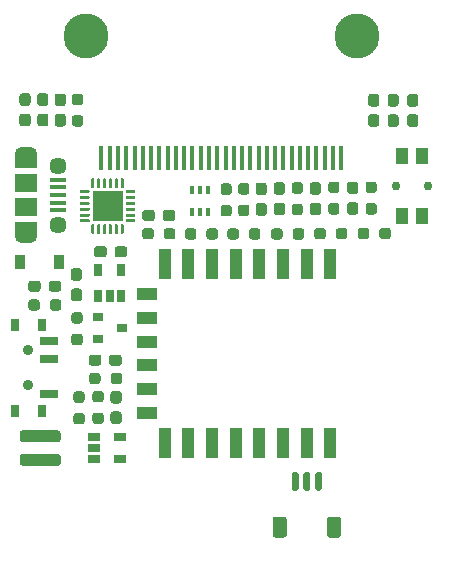
<source format=gbs>
G04 #@! TF.GenerationSoftware,KiCad,Pcbnew,5.1.10-88a1d61d58~90~ubuntu20.04.1*
G04 #@! TF.CreationDate,2021-12-07T21:06:44-07:00*
G04 #@! TF.ProjectId,v1.0-Beta-WiFi-Nugget,76312e30-2d42-4657-9461-2d576946692d,rev?*
G04 #@! TF.SameCoordinates,Original*
G04 #@! TF.FileFunction,Soldermask,Bot*
G04 #@! TF.FilePolarity,Negative*
%FSLAX46Y46*%
G04 Gerber Fmt 4.6, Leading zero omitted, Abs format (unit mm)*
G04 Created by KiCad (PCBNEW 5.1.10-88a1d61d58~90~ubuntu20.04.1) date 2021-12-07 21:06:44*
%MOMM*%
%LPD*%
G01*
G04 APERTURE LIST*
%ADD10R,0.400000X2.000000*%
%ADD11R,2.600000X2.600000*%
%ADD12R,1.000000X2.500000*%
%ADD13R,1.800000X1.000000*%
%ADD14R,0.400000X0.650000*%
%ADD15C,3.800000*%
%ADD16R,0.900000X1.200000*%
%ADD17R,1.900000X1.200000*%
%ADD18O,1.900000X1.200000*%
%ADD19R,1.900000X1.500000*%
%ADD20C,1.450000*%
%ADD21R,1.350000X0.400000*%
%ADD22R,0.900000X0.800000*%
%ADD23R,1.000000X1.450000*%
%ADD24C,0.750000*%
%ADD25C,0.900000*%
%ADD26R,1.500000X0.700000*%
%ADD27R,0.800000X1.000000*%
%ADD28R,1.060000X0.650000*%
%ADD29R,0.650000X1.060000*%
G04 APERTURE END LIST*
D10*
X10150000Y10160000D03*
X9450000Y10160000D03*
X8750000Y10160000D03*
X8050000Y10160000D03*
X7350000Y10160000D03*
X6650000Y10160000D03*
X5950000Y10160000D03*
X5250000Y10160000D03*
X4550000Y10160000D03*
X3850000Y10160000D03*
X3150000Y10160000D03*
X2450000Y10160000D03*
X1750000Y10160000D03*
X1050000Y10160000D03*
X350000Y10160000D03*
X-350000Y10160000D03*
X-1050000Y10160000D03*
X-1750000Y10160000D03*
X-2450000Y10160000D03*
X-3150000Y10160000D03*
X-3850000Y10160000D03*
X-4550000Y10160000D03*
X-5250000Y10160000D03*
X-5950000Y10160000D03*
X-6650000Y10160000D03*
X-7350000Y10160000D03*
X-8050000Y10160000D03*
X-8750000Y10160000D03*
X-9450000Y10160000D03*
X-10150000Y10160000D03*
G36*
G01*
X5539000Y-20465499D02*
X5539000Y-21765501D01*
G75*
G02*
X5289001Y-22015500I-249999J0D01*
G01*
X4588999Y-22015500D01*
G75*
G02*
X4339000Y-21765501I0J249999D01*
G01*
X4339000Y-20465499D01*
G75*
G02*
X4588999Y-20215500I249999J0D01*
G01*
X5289001Y-20215500D01*
G75*
G02*
X5539000Y-20465499I0J-249999D01*
G01*
G37*
G36*
G01*
X10139000Y-20465499D02*
X10139000Y-21765501D01*
G75*
G02*
X9889001Y-22015500I-249999J0D01*
G01*
X9188999Y-22015500D01*
G75*
G02*
X8939000Y-21765501I0J249999D01*
G01*
X8939000Y-20465499D01*
G75*
G02*
X9188999Y-20215500I249999J0D01*
G01*
X9889001Y-20215500D01*
G75*
G02*
X10139000Y-20465499I0J-249999D01*
G01*
G37*
G36*
G01*
X6539000Y-16615500D02*
X6539000Y-17865500D01*
G75*
G02*
X6389000Y-18015500I-150000J0D01*
G01*
X6089000Y-18015500D01*
G75*
G02*
X5939000Y-17865500I0J150000D01*
G01*
X5939000Y-16615500D01*
G75*
G02*
X6089000Y-16465500I150000J0D01*
G01*
X6389000Y-16465500D01*
G75*
G02*
X6539000Y-16615500I0J-150000D01*
G01*
G37*
G36*
G01*
X7539000Y-16615500D02*
X7539000Y-17865500D01*
G75*
G02*
X7389000Y-18015500I-150000J0D01*
G01*
X7089000Y-18015500D01*
G75*
G02*
X6939000Y-17865500I0J150000D01*
G01*
X6939000Y-16615500D01*
G75*
G02*
X7089000Y-16465500I150000J0D01*
G01*
X7389000Y-16465500D01*
G75*
G02*
X7539000Y-16615500I0J-150000D01*
G01*
G37*
G36*
G01*
X8539000Y-16615500D02*
X8539000Y-17865500D01*
G75*
G02*
X8389000Y-18015500I-150000J0D01*
G01*
X8089000Y-18015500D01*
G75*
G02*
X7939000Y-17865500I0J150000D01*
G01*
X7939000Y-16615500D01*
G75*
G02*
X8089000Y-16465500I150000J0D01*
G01*
X8389000Y-16465500D01*
G75*
G02*
X8539000Y-16615500I0J-150000D01*
G01*
G37*
G36*
G01*
X1654800Y8016700D02*
X2129800Y8016700D01*
G75*
G02*
X2367300Y7779200I0J-237500D01*
G01*
X2367300Y7279200D01*
G75*
G02*
X2129800Y7041700I-237500J0D01*
G01*
X1654800Y7041700D01*
G75*
G02*
X1417300Y7279200I0J237500D01*
G01*
X1417300Y7779200D01*
G75*
G02*
X1654800Y8016700I237500J0D01*
G01*
G37*
G36*
G01*
X1654800Y6191700D02*
X2129800Y6191700D01*
G75*
G02*
X2367300Y5954200I0J-237500D01*
G01*
X2367300Y5454200D01*
G75*
G02*
X2129800Y5216700I-237500J0D01*
G01*
X1654800Y5216700D01*
G75*
G02*
X1417300Y5454200I0J237500D01*
G01*
X1417300Y5954200D01*
G75*
G02*
X1654800Y6191700I237500J0D01*
G01*
G37*
G36*
G01*
X168900Y7991300D02*
X643900Y7991300D01*
G75*
G02*
X881400Y7753800I0J-237500D01*
G01*
X881400Y7253800D01*
G75*
G02*
X643900Y7016300I-237500J0D01*
G01*
X168900Y7016300D01*
G75*
G02*
X-68600Y7253800I0J237500D01*
G01*
X-68600Y7753800D01*
G75*
G02*
X168900Y7991300I237500J0D01*
G01*
G37*
G36*
G01*
X168900Y6166300D02*
X643900Y6166300D01*
G75*
G02*
X881400Y5928800I0J-237500D01*
G01*
X881400Y5428800D01*
G75*
G02*
X643900Y5191300I-237500J0D01*
G01*
X168900Y5191300D01*
G75*
G02*
X-68600Y5428800I0J237500D01*
G01*
X-68600Y5928800D01*
G75*
G02*
X168900Y6166300I237500J0D01*
G01*
G37*
D11*
X-9639300Y6057900D03*
G36*
G01*
X-7351800Y4682900D02*
X-8051800Y4682900D01*
G75*
G02*
X-8114300Y4745400I0J62500D01*
G01*
X-8114300Y4870400D01*
G75*
G02*
X-8051800Y4932900I62500J0D01*
G01*
X-7351800Y4932900D01*
G75*
G02*
X-7289300Y4870400I0J-62500D01*
G01*
X-7289300Y4745400D01*
G75*
G02*
X-7351800Y4682900I-62500J0D01*
G01*
G37*
G36*
G01*
X-7351800Y5182900D02*
X-8051800Y5182900D01*
G75*
G02*
X-8114300Y5245400I0J62500D01*
G01*
X-8114300Y5370400D01*
G75*
G02*
X-8051800Y5432900I62500J0D01*
G01*
X-7351800Y5432900D01*
G75*
G02*
X-7289300Y5370400I0J-62500D01*
G01*
X-7289300Y5245400D01*
G75*
G02*
X-7351800Y5182900I-62500J0D01*
G01*
G37*
G36*
G01*
X-7351800Y5682900D02*
X-8051800Y5682900D01*
G75*
G02*
X-8114300Y5745400I0J62500D01*
G01*
X-8114300Y5870400D01*
G75*
G02*
X-8051800Y5932900I62500J0D01*
G01*
X-7351800Y5932900D01*
G75*
G02*
X-7289300Y5870400I0J-62500D01*
G01*
X-7289300Y5745400D01*
G75*
G02*
X-7351800Y5682900I-62500J0D01*
G01*
G37*
G36*
G01*
X-7351800Y6182900D02*
X-8051800Y6182900D01*
G75*
G02*
X-8114300Y6245400I0J62500D01*
G01*
X-8114300Y6370400D01*
G75*
G02*
X-8051800Y6432900I62500J0D01*
G01*
X-7351800Y6432900D01*
G75*
G02*
X-7289300Y6370400I0J-62500D01*
G01*
X-7289300Y6245400D01*
G75*
G02*
X-7351800Y6182900I-62500J0D01*
G01*
G37*
G36*
G01*
X-7351800Y6682900D02*
X-8051800Y6682900D01*
G75*
G02*
X-8114300Y6745400I0J62500D01*
G01*
X-8114300Y6870400D01*
G75*
G02*
X-8051800Y6932900I62500J0D01*
G01*
X-7351800Y6932900D01*
G75*
G02*
X-7289300Y6870400I0J-62500D01*
G01*
X-7289300Y6745400D01*
G75*
G02*
X-7351800Y6682900I-62500J0D01*
G01*
G37*
G36*
G01*
X-7351800Y7182900D02*
X-8051800Y7182900D01*
G75*
G02*
X-8114300Y7245400I0J62500D01*
G01*
X-8114300Y7370400D01*
G75*
G02*
X-8051800Y7432900I62500J0D01*
G01*
X-7351800Y7432900D01*
G75*
G02*
X-7289300Y7370400I0J-62500D01*
G01*
X-7289300Y7245400D01*
G75*
G02*
X-7351800Y7182900I-62500J0D01*
G01*
G37*
G36*
G01*
X-8326800Y7582900D02*
X-8451800Y7582900D01*
G75*
G02*
X-8514300Y7645400I0J62500D01*
G01*
X-8514300Y8345400D01*
G75*
G02*
X-8451800Y8407900I62500J0D01*
G01*
X-8326800Y8407900D01*
G75*
G02*
X-8264300Y8345400I0J-62500D01*
G01*
X-8264300Y7645400D01*
G75*
G02*
X-8326800Y7582900I-62500J0D01*
G01*
G37*
G36*
G01*
X-8826800Y7582900D02*
X-8951800Y7582900D01*
G75*
G02*
X-9014300Y7645400I0J62500D01*
G01*
X-9014300Y8345400D01*
G75*
G02*
X-8951800Y8407900I62500J0D01*
G01*
X-8826800Y8407900D01*
G75*
G02*
X-8764300Y8345400I0J-62500D01*
G01*
X-8764300Y7645400D01*
G75*
G02*
X-8826800Y7582900I-62500J0D01*
G01*
G37*
G36*
G01*
X-9326800Y7582900D02*
X-9451800Y7582900D01*
G75*
G02*
X-9514300Y7645400I0J62500D01*
G01*
X-9514300Y8345400D01*
G75*
G02*
X-9451800Y8407900I62500J0D01*
G01*
X-9326800Y8407900D01*
G75*
G02*
X-9264300Y8345400I0J-62500D01*
G01*
X-9264300Y7645400D01*
G75*
G02*
X-9326800Y7582900I-62500J0D01*
G01*
G37*
G36*
G01*
X-9826800Y7582900D02*
X-9951800Y7582900D01*
G75*
G02*
X-10014300Y7645400I0J62500D01*
G01*
X-10014300Y8345400D01*
G75*
G02*
X-9951800Y8407900I62500J0D01*
G01*
X-9826800Y8407900D01*
G75*
G02*
X-9764300Y8345400I0J-62500D01*
G01*
X-9764300Y7645400D01*
G75*
G02*
X-9826800Y7582900I-62500J0D01*
G01*
G37*
G36*
G01*
X-10326800Y7582900D02*
X-10451800Y7582900D01*
G75*
G02*
X-10514300Y7645400I0J62500D01*
G01*
X-10514300Y8345400D01*
G75*
G02*
X-10451800Y8407900I62500J0D01*
G01*
X-10326800Y8407900D01*
G75*
G02*
X-10264300Y8345400I0J-62500D01*
G01*
X-10264300Y7645400D01*
G75*
G02*
X-10326800Y7582900I-62500J0D01*
G01*
G37*
G36*
G01*
X-10826800Y7582900D02*
X-10951800Y7582900D01*
G75*
G02*
X-11014300Y7645400I0J62500D01*
G01*
X-11014300Y8345400D01*
G75*
G02*
X-10951800Y8407900I62500J0D01*
G01*
X-10826800Y8407900D01*
G75*
G02*
X-10764300Y8345400I0J-62500D01*
G01*
X-10764300Y7645400D01*
G75*
G02*
X-10826800Y7582900I-62500J0D01*
G01*
G37*
G36*
G01*
X-11226800Y7182900D02*
X-11926800Y7182900D01*
G75*
G02*
X-11989300Y7245400I0J62500D01*
G01*
X-11989300Y7370400D01*
G75*
G02*
X-11926800Y7432900I62500J0D01*
G01*
X-11226800Y7432900D01*
G75*
G02*
X-11164300Y7370400I0J-62500D01*
G01*
X-11164300Y7245400D01*
G75*
G02*
X-11226800Y7182900I-62500J0D01*
G01*
G37*
G36*
G01*
X-11226800Y6682900D02*
X-11926800Y6682900D01*
G75*
G02*
X-11989300Y6745400I0J62500D01*
G01*
X-11989300Y6870400D01*
G75*
G02*
X-11926800Y6932900I62500J0D01*
G01*
X-11226800Y6932900D01*
G75*
G02*
X-11164300Y6870400I0J-62500D01*
G01*
X-11164300Y6745400D01*
G75*
G02*
X-11226800Y6682900I-62500J0D01*
G01*
G37*
G36*
G01*
X-11226800Y6182900D02*
X-11926800Y6182900D01*
G75*
G02*
X-11989300Y6245400I0J62500D01*
G01*
X-11989300Y6370400D01*
G75*
G02*
X-11926800Y6432900I62500J0D01*
G01*
X-11226800Y6432900D01*
G75*
G02*
X-11164300Y6370400I0J-62500D01*
G01*
X-11164300Y6245400D01*
G75*
G02*
X-11226800Y6182900I-62500J0D01*
G01*
G37*
G36*
G01*
X-11226800Y5682900D02*
X-11926800Y5682900D01*
G75*
G02*
X-11989300Y5745400I0J62500D01*
G01*
X-11989300Y5870400D01*
G75*
G02*
X-11926800Y5932900I62500J0D01*
G01*
X-11226800Y5932900D01*
G75*
G02*
X-11164300Y5870400I0J-62500D01*
G01*
X-11164300Y5745400D01*
G75*
G02*
X-11226800Y5682900I-62500J0D01*
G01*
G37*
G36*
G01*
X-11226800Y5182900D02*
X-11926800Y5182900D01*
G75*
G02*
X-11989300Y5245400I0J62500D01*
G01*
X-11989300Y5370400D01*
G75*
G02*
X-11926800Y5432900I62500J0D01*
G01*
X-11226800Y5432900D01*
G75*
G02*
X-11164300Y5370400I0J-62500D01*
G01*
X-11164300Y5245400D01*
G75*
G02*
X-11226800Y5182900I-62500J0D01*
G01*
G37*
G36*
G01*
X-11226800Y4682900D02*
X-11926800Y4682900D01*
G75*
G02*
X-11989300Y4745400I0J62500D01*
G01*
X-11989300Y4870400D01*
G75*
G02*
X-11926800Y4932900I62500J0D01*
G01*
X-11226800Y4932900D01*
G75*
G02*
X-11164300Y4870400I0J-62500D01*
G01*
X-11164300Y4745400D01*
G75*
G02*
X-11226800Y4682900I-62500J0D01*
G01*
G37*
G36*
G01*
X-10826800Y3707900D02*
X-10951800Y3707900D01*
G75*
G02*
X-11014300Y3770400I0J62500D01*
G01*
X-11014300Y4470400D01*
G75*
G02*
X-10951800Y4532900I62500J0D01*
G01*
X-10826800Y4532900D01*
G75*
G02*
X-10764300Y4470400I0J-62500D01*
G01*
X-10764300Y3770400D01*
G75*
G02*
X-10826800Y3707900I-62500J0D01*
G01*
G37*
G36*
G01*
X-10326800Y3707900D02*
X-10451800Y3707900D01*
G75*
G02*
X-10514300Y3770400I0J62500D01*
G01*
X-10514300Y4470400D01*
G75*
G02*
X-10451800Y4532900I62500J0D01*
G01*
X-10326800Y4532900D01*
G75*
G02*
X-10264300Y4470400I0J-62500D01*
G01*
X-10264300Y3770400D01*
G75*
G02*
X-10326800Y3707900I-62500J0D01*
G01*
G37*
G36*
G01*
X-9826800Y3707900D02*
X-9951800Y3707900D01*
G75*
G02*
X-10014300Y3770400I0J62500D01*
G01*
X-10014300Y4470400D01*
G75*
G02*
X-9951800Y4532900I62500J0D01*
G01*
X-9826800Y4532900D01*
G75*
G02*
X-9764300Y4470400I0J-62500D01*
G01*
X-9764300Y3770400D01*
G75*
G02*
X-9826800Y3707900I-62500J0D01*
G01*
G37*
G36*
G01*
X-9326800Y3707900D02*
X-9451800Y3707900D01*
G75*
G02*
X-9514300Y3770400I0J62500D01*
G01*
X-9514300Y4470400D01*
G75*
G02*
X-9451800Y4532900I62500J0D01*
G01*
X-9326800Y4532900D01*
G75*
G02*
X-9264300Y4470400I0J-62500D01*
G01*
X-9264300Y3770400D01*
G75*
G02*
X-9326800Y3707900I-62500J0D01*
G01*
G37*
G36*
G01*
X-8826800Y3707900D02*
X-8951800Y3707900D01*
G75*
G02*
X-9014300Y3770400I0J62500D01*
G01*
X-9014300Y4470400D01*
G75*
G02*
X-8951800Y4532900I62500J0D01*
G01*
X-8826800Y4532900D01*
G75*
G02*
X-8764300Y4470400I0J-62500D01*
G01*
X-8764300Y3770400D01*
G75*
G02*
X-8826800Y3707900I-62500J0D01*
G01*
G37*
G36*
G01*
X-8326800Y3707900D02*
X-8451800Y3707900D01*
G75*
G02*
X-8514300Y3770400I0J62500D01*
G01*
X-8514300Y4470400D01*
G75*
G02*
X-8451800Y4532900I62500J0D01*
G01*
X-8326800Y4532900D01*
G75*
G02*
X-8264300Y4470400I0J-62500D01*
G01*
X-8264300Y3770400D01*
G75*
G02*
X-8326800Y3707900I-62500J0D01*
G01*
G37*
D12*
X9215000Y-14013500D03*
X7215000Y-14013500D03*
X5215000Y-14013500D03*
X3215000Y-14013500D03*
X1215000Y-14013500D03*
X-785000Y-14013500D03*
X-2785000Y-14013500D03*
X-4785000Y-14013500D03*
D13*
X-6285000Y-11413500D03*
X-6285000Y-9413500D03*
X-6285000Y-7413500D03*
X-6285000Y-5413500D03*
X-6285000Y-3413500D03*
X-6285000Y-1413500D03*
D12*
X-4785000Y1186500D03*
X-2785000Y1186500D03*
X-785000Y1186500D03*
X1215000Y1186500D03*
X3215000Y1186500D03*
X5215000Y1186500D03*
X7215000Y1186500D03*
X9215000Y1186500D03*
D14*
X-1153400Y5539700D03*
X-2453400Y5539700D03*
X-1803400Y7439700D03*
X-1803400Y5539700D03*
X-2453400Y7439700D03*
X-1153400Y7439700D03*
G36*
G01*
X4677400Y6367900D02*
X5152400Y6367900D01*
G75*
G02*
X5389900Y6130400I0J-237500D01*
G01*
X5389900Y5530400D01*
G75*
G02*
X5152400Y5292900I-237500J0D01*
G01*
X4677400Y5292900D01*
G75*
G02*
X4439900Y5530400I0J237500D01*
G01*
X4439900Y6130400D01*
G75*
G02*
X4677400Y6367900I237500J0D01*
G01*
G37*
G36*
G01*
X4677400Y8092900D02*
X5152400Y8092900D01*
G75*
G02*
X5389900Y7855400I0J-237500D01*
G01*
X5389900Y7255400D01*
G75*
G02*
X5152400Y7017900I-237500J0D01*
G01*
X4677400Y7017900D01*
G75*
G02*
X4439900Y7255400I0J237500D01*
G01*
X4439900Y7855400D01*
G75*
G02*
X4677400Y8092900I237500J0D01*
G01*
G37*
G36*
G01*
X12924800Y7170600D02*
X12449800Y7170600D01*
G75*
G02*
X12212300Y7408100I0J237500D01*
G01*
X12212300Y7908100D01*
G75*
G02*
X12449800Y8145600I237500J0D01*
G01*
X12924800Y8145600D01*
G75*
G02*
X13162300Y7908100I0J-237500D01*
G01*
X13162300Y7408100D01*
G75*
G02*
X12924800Y7170600I-237500J0D01*
G01*
G37*
G36*
G01*
X12924800Y5345600D02*
X12449800Y5345600D01*
G75*
G02*
X12212300Y5583100I0J237500D01*
G01*
X12212300Y6083100D01*
G75*
G02*
X12449800Y6320600I237500J0D01*
G01*
X12924800Y6320600D01*
G75*
G02*
X13162300Y6083100I0J-237500D01*
G01*
X13162300Y5583100D01*
G75*
G02*
X12924800Y5345600I-237500J0D01*
G01*
G37*
G36*
G01*
X-11941800Y14623600D02*
X-12416800Y14623600D01*
G75*
G02*
X-12654300Y14861100I0J237500D01*
G01*
X-12654300Y15361100D01*
G75*
G02*
X-12416800Y15598600I237500J0D01*
G01*
X-11941800Y15598600D01*
G75*
G02*
X-11704300Y15361100I0J-237500D01*
G01*
X-11704300Y14861100D01*
G75*
G02*
X-11941800Y14623600I-237500J0D01*
G01*
G37*
G36*
G01*
X-11941800Y12798600D02*
X-12416800Y12798600D01*
G75*
G02*
X-12654300Y13036100I0J237500D01*
G01*
X-12654300Y13536100D01*
G75*
G02*
X-12416800Y13773600I237500J0D01*
G01*
X-11941800Y13773600D01*
G75*
G02*
X-11704300Y13536100I0J-237500D01*
G01*
X-11704300Y13036100D01*
G75*
G02*
X-11941800Y12798600I-237500J0D01*
G01*
G37*
G36*
G01*
X-15350500Y15624000D02*
X-14875500Y15624000D01*
G75*
G02*
X-14638000Y15386500I0J-237500D01*
G01*
X-14638000Y14786500D01*
G75*
G02*
X-14875500Y14549000I-237500J0D01*
G01*
X-15350500Y14549000D01*
G75*
G02*
X-15588000Y14786500I0J237500D01*
G01*
X-15588000Y15386500D01*
G75*
G02*
X-15350500Y15624000I237500J0D01*
G01*
G37*
G36*
G01*
X-15350500Y13899000D02*
X-14875500Y13899000D01*
G75*
G02*
X-14638000Y13661500I0J-237500D01*
G01*
X-14638000Y13061500D01*
G75*
G02*
X-14875500Y12824000I-237500J0D01*
G01*
X-15350500Y12824000D01*
G75*
G02*
X-15588000Y13061500I0J237500D01*
G01*
X-15588000Y13661500D01*
G75*
G02*
X-15350500Y13899000I237500J0D01*
G01*
G37*
G36*
G01*
X-5720900Y3958600D02*
X-5720900Y3483600D01*
G75*
G02*
X-5958400Y3246100I-237500J0D01*
G01*
X-6458400Y3246100D01*
G75*
G02*
X-6695900Y3483600I0J237500D01*
G01*
X-6695900Y3958600D01*
G75*
G02*
X-6458400Y4196100I237500J0D01*
G01*
X-5958400Y4196100D01*
G75*
G02*
X-5720900Y3958600I0J-237500D01*
G01*
G37*
G36*
G01*
X-3895900Y3958600D02*
X-3895900Y3483600D01*
G75*
G02*
X-4133400Y3246100I-237500J0D01*
G01*
X-4633400Y3246100D01*
G75*
G02*
X-4870900Y3483600I0J237500D01*
G01*
X-4870900Y3958600D01*
G75*
G02*
X-4633400Y4196100I237500J0D01*
G01*
X-4133400Y4196100D01*
G75*
G02*
X-3895900Y3958600I0J-237500D01*
G01*
G37*
G36*
G01*
X-6695900Y5033000D02*
X-6695900Y5508000D01*
G75*
G02*
X-6458400Y5745500I237500J0D01*
G01*
X-5858400Y5745500D01*
G75*
G02*
X-5620900Y5508000I0J-237500D01*
G01*
X-5620900Y5033000D01*
G75*
G02*
X-5858400Y4795500I-237500J0D01*
G01*
X-6458400Y4795500D01*
G75*
G02*
X-6695900Y5033000I0J237500D01*
G01*
G37*
G36*
G01*
X-4970900Y5033000D02*
X-4970900Y5508000D01*
G75*
G02*
X-4733400Y5745500I237500J0D01*
G01*
X-4133400Y5745500D01*
G75*
G02*
X-3895900Y5508000I0J-237500D01*
G01*
X-3895900Y5033000D01*
G75*
G02*
X-4133400Y4795500I-237500J0D01*
G01*
X-4733400Y4795500D01*
G75*
G02*
X-4970900Y5033000I0J237500D01*
G01*
G37*
G36*
G01*
X-12030700Y-259200D02*
X-12505700Y-259200D01*
G75*
G02*
X-12743200Y-21700I0J237500D01*
G01*
X-12743200Y578300D01*
G75*
G02*
X-12505700Y815800I237500J0D01*
G01*
X-12030700Y815800D01*
G75*
G02*
X-11793200Y578300I0J-237500D01*
G01*
X-11793200Y-21700D01*
G75*
G02*
X-12030700Y-259200I-237500J0D01*
G01*
G37*
G36*
G01*
X-12030700Y-1984200D02*
X-12505700Y-1984200D01*
G75*
G02*
X-12743200Y-1746700I0J237500D01*
G01*
X-12743200Y-1146700D01*
G75*
G02*
X-12505700Y-909200I237500J0D01*
G01*
X-12030700Y-909200D01*
G75*
G02*
X-11793200Y-1146700I0J-237500D01*
G01*
X-11793200Y-1746700D01*
G75*
G02*
X-12030700Y-1984200I-237500J0D01*
G01*
G37*
G36*
G01*
X-11229800Y-7222500D02*
X-11229800Y-6747500D01*
G75*
G02*
X-10992300Y-6510000I237500J0D01*
G01*
X-10392300Y-6510000D01*
G75*
G02*
X-10154800Y-6747500I0J-237500D01*
G01*
X-10154800Y-7222500D01*
G75*
G02*
X-10392300Y-7460000I-237500J0D01*
G01*
X-10992300Y-7460000D01*
G75*
G02*
X-11229800Y-7222500I0J237500D01*
G01*
G37*
G36*
G01*
X-9504800Y-7222500D02*
X-9504800Y-6747500D01*
G75*
G02*
X-9267300Y-6510000I237500J0D01*
G01*
X-8667300Y-6510000D01*
G75*
G02*
X-8429800Y-6747500I0J-237500D01*
G01*
X-8429800Y-7222500D01*
G75*
G02*
X-8667300Y-7460000I-237500J0D01*
G01*
X-9267300Y-7460000D01*
G75*
G02*
X-9504800Y-7222500I0J237500D01*
G01*
G37*
G36*
G01*
X10875000Y8143700D02*
X11350000Y8143700D01*
G75*
G02*
X11587500Y7906200I0J-237500D01*
G01*
X11587500Y7331200D01*
G75*
G02*
X11350000Y7093700I-237500J0D01*
G01*
X10875000Y7093700D01*
G75*
G02*
X10637500Y7331200I0J237500D01*
G01*
X10637500Y7906200D01*
G75*
G02*
X10875000Y8143700I237500J0D01*
G01*
G37*
G36*
G01*
X10875000Y6393700D02*
X11350000Y6393700D01*
G75*
G02*
X11587500Y6156200I0J-237500D01*
G01*
X11587500Y5581200D01*
G75*
G02*
X11350000Y5343700I-237500J0D01*
G01*
X10875000Y5343700D01*
G75*
G02*
X10637500Y5581200I0J237500D01*
G01*
X10637500Y6156200D01*
G75*
G02*
X10875000Y6393700I237500J0D01*
G01*
G37*
G36*
G01*
X-16841600Y-14927200D02*
X-13841600Y-14927200D01*
G75*
G02*
X-13591600Y-15177200I0J-250000D01*
G01*
X-13591600Y-15677200D01*
G75*
G02*
X-13841600Y-15927200I-250000J0D01*
G01*
X-16841600Y-15927200D01*
G75*
G02*
X-17091600Y-15677200I0J250000D01*
G01*
X-17091600Y-15177200D01*
G75*
G02*
X-16841600Y-14927200I250000J0D01*
G01*
G37*
G36*
G01*
X-16841600Y-12927200D02*
X-13841600Y-12927200D01*
G75*
G02*
X-13591600Y-13177200I0J-250000D01*
G01*
X-13591600Y-13677200D01*
G75*
G02*
X-13841600Y-13927200I-250000J0D01*
G01*
X-16841600Y-13927200D01*
G75*
G02*
X-17091600Y-13677200I0J250000D01*
G01*
X-17091600Y-13177200D01*
G75*
G02*
X-16841600Y-12927200I250000J0D01*
G01*
G37*
D15*
X-11500000Y20500000D03*
X11500000Y20500000D03*
G36*
G01*
X-8404400Y-8296900D02*
X-8404400Y-8771900D01*
G75*
G02*
X-8641900Y-9009400I-237500J0D01*
G01*
X-9141900Y-9009400D01*
G75*
G02*
X-9379400Y-8771900I0J237500D01*
G01*
X-9379400Y-8296900D01*
G75*
G02*
X-9141900Y-8059400I237500J0D01*
G01*
X-8641900Y-8059400D01*
G75*
G02*
X-8404400Y-8296900I0J-237500D01*
G01*
G37*
G36*
G01*
X-10229400Y-8296900D02*
X-10229400Y-8771900D01*
G75*
G02*
X-10466900Y-9009400I-237500J0D01*
G01*
X-10966900Y-9009400D01*
G75*
G02*
X-11204400Y-8771900I0J237500D01*
G01*
X-11204400Y-8296900D01*
G75*
G02*
X-10966900Y-8059400I237500J0D01*
G01*
X-10466900Y-8059400D01*
G75*
G02*
X-10229400Y-8296900I0J-237500D01*
G01*
G37*
G36*
G01*
X11554000Y3509000D02*
X11554000Y3984000D01*
G75*
G02*
X11791500Y4221500I237500J0D01*
G01*
X12291500Y4221500D01*
G75*
G02*
X12529000Y3984000I0J-237500D01*
G01*
X12529000Y3509000D01*
G75*
G02*
X12291500Y3271500I-237500J0D01*
G01*
X11791500Y3271500D01*
G75*
G02*
X11554000Y3509000I0J237500D01*
G01*
G37*
G36*
G01*
X13379000Y3509000D02*
X13379000Y3984000D01*
G75*
G02*
X13616500Y4221500I237500J0D01*
G01*
X14116500Y4221500D01*
G75*
G02*
X14354000Y3984000I0J-237500D01*
G01*
X14354000Y3509000D01*
G75*
G02*
X14116500Y3271500I-237500J0D01*
G01*
X13616500Y3271500D01*
G75*
G02*
X13379000Y3509000I0J237500D01*
G01*
G37*
G36*
G01*
X-10201900Y-10560500D02*
X-10676900Y-10560500D01*
G75*
G02*
X-10914400Y-10323000I0J237500D01*
G01*
X-10914400Y-9823000D01*
G75*
G02*
X-10676900Y-9585500I237500J0D01*
G01*
X-10201900Y-9585500D01*
G75*
G02*
X-9964400Y-9823000I0J-237500D01*
G01*
X-9964400Y-10323000D01*
G75*
G02*
X-10201900Y-10560500I-237500J0D01*
G01*
G37*
G36*
G01*
X-10201900Y-12385500D02*
X-10676900Y-12385500D01*
G75*
G02*
X-10914400Y-12148000I0J237500D01*
G01*
X-10914400Y-11648000D01*
G75*
G02*
X-10676900Y-11410500I237500J0D01*
G01*
X-10201900Y-11410500D01*
G75*
G02*
X-9964400Y-11648000I0J-237500D01*
G01*
X-9964400Y-12148000D01*
G75*
G02*
X-10201900Y-12385500I-237500J0D01*
G01*
G37*
G36*
G01*
X14304000Y13835500D02*
X14779000Y13835500D01*
G75*
G02*
X15016500Y13598000I0J-237500D01*
G01*
X15016500Y12998000D01*
G75*
G02*
X14779000Y12760500I-237500J0D01*
G01*
X14304000Y12760500D01*
G75*
G02*
X14066500Y12998000I0J237500D01*
G01*
X14066500Y13598000D01*
G75*
G02*
X14304000Y13835500I237500J0D01*
G01*
G37*
G36*
G01*
X14304000Y15560500D02*
X14779000Y15560500D01*
G75*
G02*
X15016500Y15323000I0J-237500D01*
G01*
X15016500Y14723000D01*
G75*
G02*
X14779000Y14485500I-237500J0D01*
G01*
X14304000Y14485500D01*
G75*
G02*
X14066500Y14723000I0J237500D01*
G01*
X14066500Y15323000D01*
G75*
G02*
X14304000Y15560500I237500J0D01*
G01*
G37*
G36*
G01*
X13140700Y12773200D02*
X12665700Y12773200D01*
G75*
G02*
X12428200Y13010700I0J237500D01*
G01*
X12428200Y13610700D01*
G75*
G02*
X12665700Y13848200I237500J0D01*
G01*
X13140700Y13848200D01*
G75*
G02*
X13378200Y13610700I0J-237500D01*
G01*
X13378200Y13010700D01*
G75*
G02*
X13140700Y12773200I-237500J0D01*
G01*
G37*
G36*
G01*
X13140700Y14498200D02*
X12665700Y14498200D01*
G75*
G02*
X12428200Y14735700I0J237500D01*
G01*
X12428200Y15335700D01*
G75*
G02*
X12665700Y15573200I237500J0D01*
G01*
X13140700Y15573200D01*
G75*
G02*
X13378200Y15335700I0J-237500D01*
G01*
X13378200Y14735700D01*
G75*
G02*
X13140700Y14498200I-237500J0D01*
G01*
G37*
G36*
G01*
X8200400Y5292900D02*
X7725400Y5292900D01*
G75*
G02*
X7487900Y5530400I0J237500D01*
G01*
X7487900Y6130400D01*
G75*
G02*
X7725400Y6367900I237500J0D01*
G01*
X8200400Y6367900D01*
G75*
G02*
X8437900Y6130400I0J-237500D01*
G01*
X8437900Y5530400D01*
G75*
G02*
X8200400Y5292900I-237500J0D01*
G01*
G37*
G36*
G01*
X8200400Y7017900D02*
X7725400Y7017900D01*
G75*
G02*
X7487900Y7255400I0J237500D01*
G01*
X7487900Y7855400D01*
G75*
G02*
X7725400Y8092900I237500J0D01*
G01*
X8200400Y8092900D01*
G75*
G02*
X8437900Y7855400I0J-237500D01*
G01*
X8437900Y7255400D01*
G75*
G02*
X8200400Y7017900I-237500J0D01*
G01*
G37*
G36*
G01*
X-13402300Y12798600D02*
X-13877300Y12798600D01*
G75*
G02*
X-14114800Y13036100I0J237500D01*
G01*
X-14114800Y13636100D01*
G75*
G02*
X-13877300Y13873600I237500J0D01*
G01*
X-13402300Y13873600D01*
G75*
G02*
X-13164800Y13636100I0J-237500D01*
G01*
X-13164800Y13036100D01*
G75*
G02*
X-13402300Y12798600I-237500J0D01*
G01*
G37*
G36*
G01*
X-13402300Y14523600D02*
X-13877300Y14523600D01*
G75*
G02*
X-14114800Y14761100I0J237500D01*
G01*
X-14114800Y15361100D01*
G75*
G02*
X-13877300Y15598600I237500J0D01*
G01*
X-13402300Y15598600D01*
G75*
G02*
X-13164800Y15361100I0J-237500D01*
G01*
X-13164800Y14761100D01*
G75*
G02*
X-13402300Y14523600I-237500J0D01*
G01*
G37*
G36*
G01*
X16430000Y14485500D02*
X15955000Y14485500D01*
G75*
G02*
X15717500Y14723000I0J237500D01*
G01*
X15717500Y15323000D01*
G75*
G02*
X15955000Y15560500I237500J0D01*
G01*
X16430000Y15560500D01*
G75*
G02*
X16667500Y15323000I0J-237500D01*
G01*
X16667500Y14723000D01*
G75*
G02*
X16430000Y14485500I-237500J0D01*
G01*
G37*
G36*
G01*
X16430000Y12760500D02*
X15955000Y12760500D01*
G75*
G02*
X15717500Y12998000I0J237500D01*
G01*
X15717500Y13598000D01*
G75*
G02*
X15955000Y13835500I237500J0D01*
G01*
X16430000Y13835500D01*
G75*
G02*
X16667500Y13598000I0J-237500D01*
G01*
X16667500Y12998000D01*
G75*
G02*
X16430000Y12760500I-237500J0D01*
G01*
G37*
G36*
G01*
X3140700Y8054800D02*
X3615700Y8054800D01*
G75*
G02*
X3853200Y7817300I0J-237500D01*
G01*
X3853200Y7217300D01*
G75*
G02*
X3615700Y6979800I-237500J0D01*
G01*
X3140700Y6979800D01*
G75*
G02*
X2903200Y7217300I0J237500D01*
G01*
X2903200Y7817300D01*
G75*
G02*
X3140700Y8054800I237500J0D01*
G01*
G37*
G36*
G01*
X3140700Y6329800D02*
X3615700Y6329800D01*
G75*
G02*
X3853200Y6092300I0J-237500D01*
G01*
X3853200Y5492300D01*
G75*
G02*
X3615700Y5254800I-237500J0D01*
G01*
X3140700Y5254800D01*
G75*
G02*
X2903200Y5492300I0J237500D01*
G01*
X2903200Y6092300D01*
G75*
G02*
X3140700Y6329800I237500J0D01*
G01*
G37*
D16*
X-13717000Y1371600D03*
X-17017000Y1371600D03*
D17*
X-16541000Y4100000D03*
X-16541000Y9900000D03*
D18*
X-16541000Y10500000D03*
X-16541000Y3500000D03*
D19*
X-16541000Y6000000D03*
D20*
X-13841000Y9500000D03*
D21*
X-13841000Y7000000D03*
X-13841000Y7650000D03*
X-13841000Y8300000D03*
X-13841000Y5700000D03*
X-13841000Y6350000D03*
D20*
X-13841000Y4500000D03*
D19*
X-16541000Y8000000D03*
D22*
X-10423400Y-5217200D03*
X-10423400Y-3317200D03*
X-8423400Y-4267200D03*
G36*
G01*
X1480000Y3945900D02*
X1480000Y3470900D01*
G75*
G02*
X1242500Y3233400I-237500J0D01*
G01*
X742500Y3233400D01*
G75*
G02*
X505000Y3470900I0J237500D01*
G01*
X505000Y3945900D01*
G75*
G02*
X742500Y4183400I237500J0D01*
G01*
X1242500Y4183400D01*
G75*
G02*
X1480000Y3945900I0J-237500D01*
G01*
G37*
G36*
G01*
X3305000Y3945900D02*
X3305000Y3470900D01*
G75*
G02*
X3067500Y3233400I-237500J0D01*
G01*
X2567500Y3233400D01*
G75*
G02*
X2330000Y3470900I0J237500D01*
G01*
X2330000Y3945900D01*
G75*
G02*
X2567500Y4183400I237500J0D01*
G01*
X3067500Y4183400D01*
G75*
G02*
X3305000Y3945900I0J-237500D01*
G01*
G37*
G36*
G01*
X6188700Y6267900D02*
X6663700Y6267900D01*
G75*
G02*
X6901200Y6030400I0J-237500D01*
G01*
X6901200Y5530400D01*
G75*
G02*
X6663700Y5292900I-237500J0D01*
G01*
X6188700Y5292900D01*
G75*
G02*
X5951200Y5530400I0J237500D01*
G01*
X5951200Y6030400D01*
G75*
G02*
X6188700Y6267900I237500J0D01*
G01*
G37*
G36*
G01*
X6188700Y8092900D02*
X6663700Y8092900D01*
G75*
G02*
X6901200Y7855400I0J-237500D01*
G01*
X6901200Y7355400D01*
G75*
G02*
X6663700Y7117900I-237500J0D01*
G01*
X6188700Y7117900D01*
G75*
G02*
X5951200Y7355400I0J237500D01*
G01*
X5951200Y7855400D01*
G75*
G02*
X6188700Y8092900I237500J0D01*
G01*
G37*
G36*
G01*
X-3089100Y3470900D02*
X-3089100Y3945900D01*
G75*
G02*
X-2851600Y4183400I237500J0D01*
G01*
X-2351600Y4183400D01*
G75*
G02*
X-2114100Y3945900I0J-237500D01*
G01*
X-2114100Y3470900D01*
G75*
G02*
X-2351600Y3233400I-237500J0D01*
G01*
X-2851600Y3233400D01*
G75*
G02*
X-3089100Y3470900I0J237500D01*
G01*
G37*
G36*
G01*
X-1264100Y3470900D02*
X-1264100Y3945900D01*
G75*
G02*
X-1026600Y4183400I237500J0D01*
G01*
X-526600Y4183400D01*
G75*
G02*
X-289100Y3945900I0J-237500D01*
G01*
X-289100Y3470900D01*
G75*
G02*
X-526600Y3233400I-237500J0D01*
G01*
X-1026600Y3233400D01*
G75*
G02*
X-1264100Y3470900I0J237500D01*
G01*
G37*
G36*
G01*
X9762500Y5345600D02*
X9287500Y5345600D01*
G75*
G02*
X9050000Y5583100I0J237500D01*
G01*
X9050000Y6083100D01*
G75*
G02*
X9287500Y6320600I237500J0D01*
G01*
X9762500Y6320600D01*
G75*
G02*
X10000000Y6083100I0J-237500D01*
G01*
X10000000Y5583100D01*
G75*
G02*
X9762500Y5345600I-237500J0D01*
G01*
G37*
G36*
G01*
X9762500Y7170600D02*
X9287500Y7170600D01*
G75*
G02*
X9050000Y7408100I0J237500D01*
G01*
X9050000Y7908100D01*
G75*
G02*
X9287500Y8145600I237500J0D01*
G01*
X9762500Y8145600D01*
G75*
G02*
X10000000Y7908100I0J-237500D01*
G01*
X10000000Y7408100D01*
G75*
G02*
X9762500Y7170600I-237500J0D01*
G01*
G37*
G36*
G01*
X-12454900Y-2918000D02*
X-11979900Y-2918000D01*
G75*
G02*
X-11742400Y-3155500I0J-237500D01*
G01*
X-11742400Y-3655500D01*
G75*
G02*
X-11979900Y-3893000I-237500J0D01*
G01*
X-12454900Y-3893000D01*
G75*
G02*
X-12692400Y-3655500I0J237500D01*
G01*
X-12692400Y-3155500D01*
G75*
G02*
X-12454900Y-2918000I237500J0D01*
G01*
G37*
G36*
G01*
X-12454900Y-4743000D02*
X-11979900Y-4743000D01*
G75*
G02*
X-11742400Y-4980500I0J-237500D01*
G01*
X-11742400Y-5480500D01*
G75*
G02*
X-11979900Y-5718000I-237500J0D01*
G01*
X-12454900Y-5718000D01*
G75*
G02*
X-12692400Y-5480500I0J237500D01*
G01*
X-12692400Y-4980500D01*
G75*
G02*
X-12454900Y-4743000I237500J0D01*
G01*
G37*
G36*
G01*
X-16347900Y-2548900D02*
X-16347900Y-2073900D01*
G75*
G02*
X-16110400Y-1836400I237500J0D01*
G01*
X-15610400Y-1836400D01*
G75*
G02*
X-15372900Y-2073900I0J-237500D01*
G01*
X-15372900Y-2548900D01*
G75*
G02*
X-15610400Y-2786400I-237500J0D01*
G01*
X-16110400Y-2786400D01*
G75*
G02*
X-16347900Y-2548900I0J237500D01*
G01*
G37*
G36*
G01*
X-14522900Y-2548900D02*
X-14522900Y-2073900D01*
G75*
G02*
X-14285400Y-1836400I237500J0D01*
G01*
X-13785400Y-1836400D01*
G75*
G02*
X-13547900Y-2073900I0J-237500D01*
G01*
X-13547900Y-2548900D01*
G75*
G02*
X-13785400Y-2786400I-237500J0D01*
G01*
X-14285400Y-2786400D01*
G75*
G02*
X-14522900Y-2548900I0J237500D01*
G01*
G37*
G36*
G01*
X-11814800Y-10598600D02*
X-12289800Y-10598600D01*
G75*
G02*
X-12527300Y-10361100I0J237500D01*
G01*
X-12527300Y-9861100D01*
G75*
G02*
X-12289800Y-9623600I237500J0D01*
G01*
X-11814800Y-9623600D01*
G75*
G02*
X-11577300Y-9861100I0J-237500D01*
G01*
X-11577300Y-10361100D01*
G75*
G02*
X-11814800Y-10598600I-237500J0D01*
G01*
G37*
G36*
G01*
X-11814800Y-12423600D02*
X-12289800Y-12423600D01*
G75*
G02*
X-12527300Y-12186100I0J237500D01*
G01*
X-12527300Y-11686100D01*
G75*
G02*
X-12289800Y-11448600I237500J0D01*
G01*
X-11814800Y-11448600D01*
G75*
G02*
X-11577300Y-11686100I0J-237500D01*
G01*
X-11577300Y-12186100D01*
G75*
G02*
X-11814800Y-12423600I-237500J0D01*
G01*
G37*
D23*
X15304400Y10347400D03*
X15304400Y5197400D03*
X17004400Y5197400D03*
X17004400Y10347400D03*
D24*
X14779400Y7772400D03*
X17529400Y7772400D03*
D25*
X-16332000Y-9120000D03*
X-16332000Y-6120000D03*
D26*
X-14572000Y-9870000D03*
X-14572000Y-6870000D03*
X-14572000Y-5370000D03*
D27*
X-17432000Y-11270000D03*
X-17432000Y-3970000D03*
X-15222000Y-3970000D03*
X-15222000Y-11270000D03*
D28*
X-8552000Y-15351800D03*
X-8552000Y-13451800D03*
X-10752000Y-13451800D03*
X-10752000Y-14401800D03*
X-10752000Y-15351800D03*
D29*
X-8511500Y-1557200D03*
X-9461500Y-1557200D03*
X-10411500Y-1557200D03*
X-10411500Y642800D03*
X-8511500Y642800D03*
G36*
G01*
X-16360600Y-961400D02*
X-16360600Y-486400D01*
G75*
G02*
X-16123100Y-248900I237500J0D01*
G01*
X-15548100Y-248900D01*
G75*
G02*
X-15310600Y-486400I0J-237500D01*
G01*
X-15310600Y-961400D01*
G75*
G02*
X-15548100Y-1198900I-237500J0D01*
G01*
X-16123100Y-1198900D01*
G75*
G02*
X-16360600Y-961400I0J237500D01*
G01*
G37*
G36*
G01*
X-14610600Y-961400D02*
X-14610600Y-486400D01*
G75*
G02*
X-14373100Y-248900I237500J0D01*
G01*
X-13798100Y-248900D01*
G75*
G02*
X-13560600Y-486400I0J-237500D01*
G01*
X-13560600Y-961400D01*
G75*
G02*
X-13798100Y-1198900I-237500J0D01*
G01*
X-14373100Y-1198900D01*
G75*
G02*
X-14610600Y-961400I0J237500D01*
G01*
G37*
G36*
G01*
X-9697600Y2434600D02*
X-9697600Y1959600D01*
G75*
G02*
X-9935100Y1722100I-237500J0D01*
G01*
X-10535100Y1722100D01*
G75*
G02*
X-10772600Y1959600I0J237500D01*
G01*
X-10772600Y2434600D01*
G75*
G02*
X-10535100Y2672100I237500J0D01*
G01*
X-9935100Y2672100D01*
G75*
G02*
X-9697600Y2434600I0J-237500D01*
G01*
G37*
G36*
G01*
X-7972600Y2434600D02*
X-7972600Y1959600D01*
G75*
G02*
X-8210100Y1722100I-237500J0D01*
G01*
X-8810100Y1722100D01*
G75*
G02*
X-9047600Y1959600I0J237500D01*
G01*
X-9047600Y2434600D01*
G75*
G02*
X-8810100Y2672100I237500J0D01*
G01*
X-8210100Y2672100D01*
G75*
G02*
X-7972600Y2434600I0J-237500D01*
G01*
G37*
G36*
G01*
X8846000Y3971300D02*
X8846000Y3496300D01*
G75*
G02*
X8608500Y3258800I-237500J0D01*
G01*
X8108500Y3258800D01*
G75*
G02*
X7871000Y3496300I0J237500D01*
G01*
X7871000Y3971300D01*
G75*
G02*
X8108500Y4208800I237500J0D01*
G01*
X8608500Y4208800D01*
G75*
G02*
X8846000Y3971300I0J-237500D01*
G01*
G37*
G36*
G01*
X10671000Y3971300D02*
X10671000Y3496300D01*
G75*
G02*
X10433500Y3258800I-237500J0D01*
G01*
X9933500Y3258800D01*
G75*
G02*
X9696000Y3496300I0J237500D01*
G01*
X9696000Y3971300D01*
G75*
G02*
X9933500Y4208800I237500J0D01*
G01*
X10433500Y4208800D01*
G75*
G02*
X10671000Y3971300I0J-237500D01*
G01*
G37*
G36*
G01*
X4213400Y3470900D02*
X4213400Y3945900D01*
G75*
G02*
X4450900Y4183400I237500J0D01*
G01*
X4950900Y4183400D01*
G75*
G02*
X5188400Y3945900I0J-237500D01*
G01*
X5188400Y3470900D01*
G75*
G02*
X4950900Y3233400I-237500J0D01*
G01*
X4450900Y3233400D01*
G75*
G02*
X4213400Y3470900I0J237500D01*
G01*
G37*
G36*
G01*
X6038400Y3470900D02*
X6038400Y3945900D01*
G75*
G02*
X6275900Y4183400I237500J0D01*
G01*
X6775900Y4183400D01*
G75*
G02*
X7013400Y3945900I0J-237500D01*
G01*
X7013400Y3470900D01*
G75*
G02*
X6775900Y3233400I-237500J0D01*
G01*
X6275900Y3233400D01*
G75*
G02*
X6038400Y3470900I0J237500D01*
G01*
G37*
G36*
G01*
X-8677900Y-12385500D02*
X-9152900Y-12385500D01*
G75*
G02*
X-9390400Y-12148000I0J237500D01*
G01*
X-9390400Y-11548000D01*
G75*
G02*
X-9152900Y-11310500I237500J0D01*
G01*
X-8677900Y-11310500D01*
G75*
G02*
X-8440400Y-11548000I0J-237500D01*
G01*
X-8440400Y-12148000D01*
G75*
G02*
X-8677900Y-12385500I-237500J0D01*
G01*
G37*
G36*
G01*
X-8677900Y-10660500D02*
X-9152900Y-10660500D01*
G75*
G02*
X-9390400Y-10423000I0J237500D01*
G01*
X-9390400Y-9823000D01*
G75*
G02*
X-9152900Y-9585500I237500J0D01*
G01*
X-8677900Y-9585500D01*
G75*
G02*
X-8440400Y-9823000I0J-237500D01*
G01*
X-8440400Y-10423000D01*
G75*
G02*
X-8677900Y-10660500I-237500J0D01*
G01*
G37*
G36*
G01*
X-16861800Y15624000D02*
X-16386800Y15624000D01*
G75*
G02*
X-16149300Y15386500I0J-237500D01*
G01*
X-16149300Y14786500D01*
G75*
G02*
X-16386800Y14549000I-237500J0D01*
G01*
X-16861800Y14549000D01*
G75*
G02*
X-17099300Y14786500I0J237500D01*
G01*
X-17099300Y15386500D01*
G75*
G02*
X-16861800Y15624000I237500J0D01*
G01*
G37*
G36*
G01*
X-16861800Y13899000D02*
X-16386800Y13899000D01*
G75*
G02*
X-16149300Y13661500I0J-237500D01*
G01*
X-16149300Y13061500D01*
G75*
G02*
X-16386800Y12824000I-237500J0D01*
G01*
X-16861800Y12824000D01*
G75*
G02*
X-17099300Y13061500I0J237500D01*
G01*
X-17099300Y13661500D01*
G75*
G02*
X-16861800Y13899000I237500J0D01*
G01*
G37*
M02*

</source>
